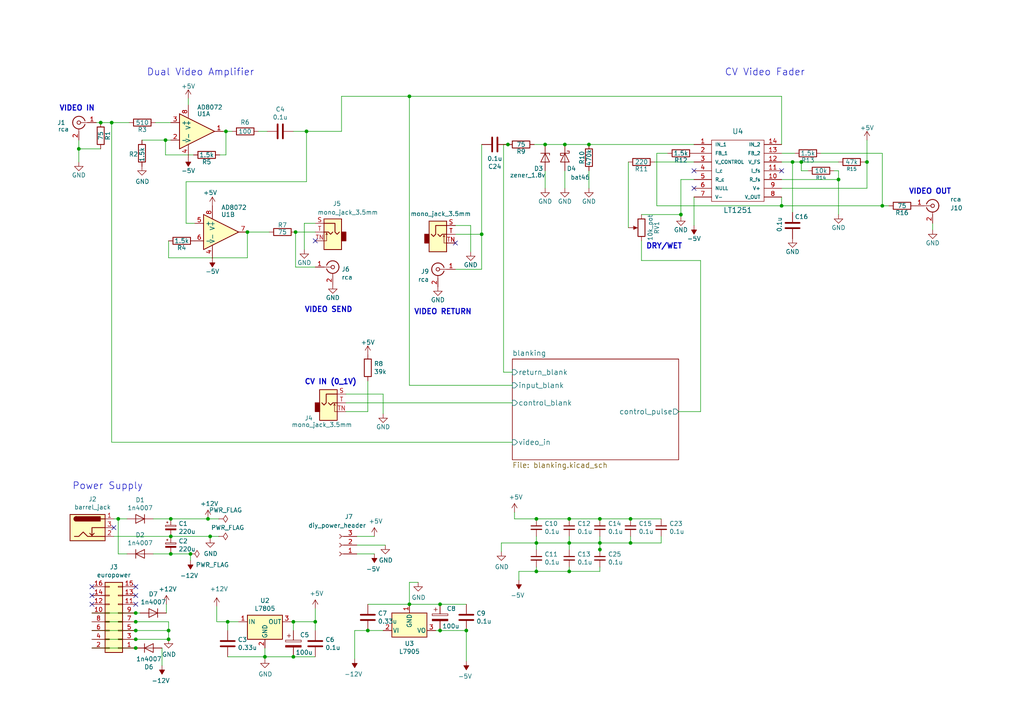
<source format=kicad_sch>
(kicad_sch (version 20211123) (generator eeschema)
  (paper "A4")
  (title_block (title "sync_ope") (date "2022-02-10") (rev "0.5") (company "based on circuit design -byGaël Jaton") (comment 1 "updated by cyberboy666"))
  (lib_symbols
    (symbol "Device:C_Small" (pin_numbers hide) (pin_names (offset 0.254) hide)
      (property "Reference" "C" (at 0.254 1.778 0))
      (property "Value" "C_Small" (at 0.254 -2.032 0))
      (symbol "C_Small_1_1"
        (pin passive line (at 0 2.54 270) (length 2.032) (name "~") (number "1"))
        (pin passive line (at 0 -2.54 90) (length 2.032) (name "~") (number "2"))
      )
    )
    (symbol "Device:R" (pin_numbers hide) (pin_names (offset 0))
      (property "Reference" "R" (at 2.032 0 90))
      (property "Value" "R" (at 0 0 90))
      (symbol "R_1_1"
        (pin passive line (at 0 3.81 270) (length 1.27) (name "~") (number "1"))
        (pin passive line (at 0 -3.81 90) (length 1.27) (name "~") (number "2"))
      )
    )
    (symbol "Sync-Ope-proto-rescue:+12V-power" (power) (pin_names (offset 0))
      (property "Value" "+12V-power" (at 0 3.556 0))
      (symbol "+12V-power_1_1"
        (pin power_in line (at 0 0 90) (length 0) hide (name "+12V") (number "1"))
      )
    )
    (symbol "Sync-Ope-proto-rescue:+5V-Sync-Ope-proto-Sync-Ope-proto-rescue" (power) (pin_names (offset 0))
      (property "Value" "+5V-Sync-Ope-proto-Sync-Ope-proto-rescue" (at 0 3.556 0))
      (symbol "+5V-Sync-Ope-proto-Sync-Ope-proto-rescue_1_1"
        (pin power_in line (at 0 0 90) (length 0) hide (name "+5V") (number "1"))
      )
    )
    (symbol "Sync-Ope-proto-rescue:+5V-power" (power) (pin_names (offset 0))
      (property "Value" "+5V-power" (at 0 3.556 0))
      (symbol "+5V-power_1_1"
        (pin power_in line (at 0 0 90) (length 0) hide (name "+5V") (number "1"))
      )
    )
    (symbol "Sync-Ope-proto-rescue:-12V-power" (power) (pin_names (offset 0))
      (property "Value" "-12V-power" (at 0 3.81 0))
      (symbol "-12V-power_0_0"
        (pin power_in line (at 0 0 90) (length 0) hide (name "-12V") (number "1"))
      )
    )
    (symbol "Sync-Ope-proto-rescue:-5V-Sync-Ope-proto-Sync-Ope-proto-rescue" (pin_names (offset 0))
      (property "Value" "-5V-Sync-Ope-proto-Sync-Ope-proto-rescue" (at 0 3.81 0))
      (symbol "-5V-Sync-Ope-proto-Sync-Ope-proto-rescue_0_0"
        (pin power_in line (at 0 0 90) (length 0) hide (name "-5V") (number "1"))
      )
    )
    (symbol "Sync-Ope-proto-rescue:-5V-power" (power) (pin_names (offset 0))
      (property "Value" "-5V-power" (at 0 3.81 0))
      (symbol "-5V-power_0_0"
        (pin power_in line (at 0 0 90) (length 0) hide (name "-5V") (number "1"))
      )
    )
    (symbol "Sync-Ope-proto-rescue:AD8072-Sync-Ope-proto-Sync-Ope-proto-rescue"
      (property "Reference" "U" (at 0 5.08 0))
      (property "Value" "AD8072-Sync-Ope-proto-Sync-Ope-proto-rescue" (at 0 -5.08 0))
      (symbol "AD8072-Sync-Ope-proto-Sync-Ope-proto-rescue_0_1"
        (pin power_in line (at -2.54 -7.62 90) (length 3.81) (name "V-") (number "4"))
        (pin power_in line (at -2.54 7.62 270) (length 3.81) (name "V+") (number "8"))
      )
      (symbol "AD8072-Sync-Ope-proto-Sync-Ope-proto-rescue_1_1"
        (pin output line (at 7.62 0 180) (length 2.54) (name "~") (number "1"))
        (pin input line (at -7.62 -2.54 0) (length 2.54) (name "-") (number "2"))
        (pin input line (at -7.62 2.54 0) (length 2.54) (name "+") (number "3"))
      )
      (symbol "AD8072-Sync-Ope-proto-Sync-Ope-proto-rescue_2_1"
        (pin input line (at -7.62 2.54 0) (length 2.54) (name "+") (number "5"))
        (pin input line (at -7.62 -2.54 0) (length 2.54) (name "-") (number "6"))
        (pin output line (at 7.62 0 180) (length 2.54) (name "~") (number "7"))
      )
    )
    (symbol "Sync-Ope-proto-rescue:AudioJack2_SwitchT-Connector"
      (property "Reference" "J" (at 0 8.89 0))
      (property "Value" "AudioJack2_SwitchT-Connector" (at 0 6.35 0))
      (symbol "AudioJack2_SwitchT-Connector_1_1"
        (pin passive line (at 5.08 2.54 180) (length 2.54) (name "~") (number "S"))
        (pin passive line (at 5.08 0 180) (length 2.54) (name "~") (number "T"))
        (pin passive line (at 5.08 -2.54 180) (length 2.54) (name "~") (number "TN"))
      )
    )
    (symbol "Sync-Ope-proto-rescue:Barrel_Jack_Switch-Connector" (pin_names hide)
      (property "Reference" "J" (at 0 5.334 0))
      (property "Value" "Barrel_Jack_Switch-Connector" (at 0 -5.08 0))
      (symbol "Barrel_Jack_Switch-Connector_1_1"
        (pin passive line (at 7.62 2.54 180) (length 2.54) (name "~") (number "1"))
        (pin passive line (at 7.62 -2.54 180) (length 2.54) (name "~") (number "2"))
        (pin passive line (at 7.62 0 180) (length 2.54) (name "~") (number "3"))
      )
    )
    (symbol "Sync-Ope-proto-rescue:C-Device" (pin_numbers hide) (pin_names (offset 0.254))
      (property "Reference" "C" (at 0.635 2.54 0))
      (property "Value" "C-Device" (at 0.635 -2.54 0))
      (symbol "C-Device_1_1"
        (pin passive line (at 0 3.81 270) (length 2.794) (name "~") (number "1"))
        (pin passive line (at 0 -3.81 90) (length 2.794) (name "~") (number "2"))
      )
    )
    (symbol "Sync-Ope-proto-rescue:C-Sync-Ope-proto-Sync-Ope-proto-rescue" (pin_numbers hide) (pin_names (offset 0.254))
      (property "Reference" "C" (at 0.635 2.54 0))
      (property "Value" "C-Sync-Ope-proto-Sync-Ope-proto-rescue" (at 0.635 -2.54 0))
      (symbol "C-Sync-Ope-proto-Sync-Ope-proto-rescue_1_1"
        (pin passive line (at 0 3.81 270) (length 2.794) (name "~") (number "1"))
        (pin passive line (at 0 -3.81 90) (length 2.794) (name "~") (number "2"))
      )
    )
    (symbol "Sync-Ope-proto-rescue:CP-Device" (pin_numbers hide) (pin_names (offset 0.254))
      (property "Reference" "C" (at 0.635 2.54 0))
      (property "Value" "CP-Device" (at 0.635 -2.54 0))
      (symbol "CP-Device_1_1"
        (pin passive line (at 0 3.81 270) (length 2.794) (name "~") (number "1"))
        (pin passive line (at 0 -3.81 90) (length 2.794) (name "~") (number "2"))
      )
    )
    (symbol "Sync-Ope-proto-rescue:CP_Small-Device" (pin_numbers hide) (pin_names (offset 0.254) hide)
      (property "Reference" "C" (at 0.254 1.778 0))
      (property "Value" "CP_Small-Device" (at 0.254 -2.032 0))
      (symbol "CP_Small-Device_1_1"
        (pin passive line (at 0 2.54 270) (length 1.8542) (name "~") (number "1"))
        (pin passive line (at 0 -2.54 90) (length 1.8542) (name "~") (number "2"))
      )
    )
    (symbol "Sync-Ope-proto-rescue:Conn_01x03_Female-Connector" (pin_names (offset 1.016) hide)
      (property "Reference" "J" (at 0 5.08 0))
      (property "Value" "Conn_01x03_Female-Connector" (at 0 -5.08 0))
      (symbol "Conn_01x03_Female-Connector_1_1"
        (pin passive line (at -5.08 2.54 0) (length 3.81) (name "Pin_1") (number "1"))
        (pin passive line (at -5.08 0 0) (length 3.81) (name "Pin_2") (number "2"))
        (pin passive line (at -5.08 -2.54 0) (length 3.81) (name "Pin_3") (number "3"))
      )
    )
    (symbol "Sync-Ope-proto-rescue:Conn_02x08_Odd_Even-Connector_Generic" (pin_names (offset 1.016) hide)
      (property "Reference" "J" (at 1.27 10.16 0))
      (property "Value" "Conn_02x08_Odd_Even-Connector_Generic" (at 1.27 -12.7 0))
      (symbol "Conn_02x08_Odd_Even-Connector_Generic_1_1"
        (pin passive line (at -5.08 7.62 0) (length 3.81) (name "Pin_1") (number "1"))
        (pin passive line (at 7.62 -2.54 180) (length 3.81) (name "Pin_10") (number "10"))
        (pin passive line (at -5.08 -5.08 0) (length 3.81) (name "Pin_11") (number "11"))
        (pin passive line (at 7.62 -5.08 180) (length 3.81) (name "Pin_12") (number "12"))
        (pin passive line (at -5.08 -7.62 0) (length 3.81) (name "Pin_13") (number "13"))
        (pin passive line (at 7.62 -7.62 180) (length 3.81) (name "Pin_14") (number "14"))
        (pin passive line (at -5.08 -10.16 0) (length 3.81) (name "Pin_15") (number "15"))
        (pin passive line (at 7.62 -10.16 180) (length 3.81) (name "Pin_16") (number "16"))
        (pin passive line (at 7.62 7.62 180) (length 3.81) (name "Pin_2") (number "2"))
        (pin passive line (at -5.08 5.08 0) (length 3.81) (name "Pin_3") (number "3"))
        (pin passive line (at 7.62 5.08 180) (length 3.81) (name "Pin_4") (number "4"))
        (pin passive line (at -5.08 2.54 0) (length 3.81) (name "Pin_5") (number "5"))
        (pin passive line (at 7.62 2.54 180) (length 3.81) (name "Pin_6") (number "6"))
        (pin passive line (at -5.08 0 0) (length 3.81) (name "Pin_7") (number "7"))
        (pin passive line (at 7.62 0 180) (length 3.81) (name "Pin_8") (number "8"))
        (pin passive line (at -5.08 -2.54 0) (length 3.81) (name "Pin_9") (number "9"))
      )
    )
    (symbol "Sync-Ope-proto-rescue:Conn_Coaxial-Connector" (pin_names (offset 1.016) hide)
      (property "Reference" "J" (at 0.254 3.048 0))
      (property "Value" "Conn_Coaxial-Connector" (at 2.921 0 90))
      (symbol "Conn_Coaxial-Connector_1_1"
        (pin passive line (at -5.08 0 0) (length 2.54) (name "In") (number "1"))
        (pin passive line (at 0 -5.08 90) (length 2.54) (name "Ext") (number "2"))
      )
    )
    (symbol "Sync-Ope-proto-rescue:D-Device" (pin_numbers hide) (pin_names (offset 1.016) hide)
      (property "Reference" "D" (at 0 2.54 0))
      (property "Value" "D-Device" (at 0 -2.54 0))
      (symbol "D-Device_1_1"
        (pin passive line (at -3.81 0 0) (length 2.54) (name "K") (number "1"))
        (pin passive line (at 3.81 0 180) (length 2.54) (name "A") (number "2"))
      )
    )
    (symbol "Sync-Ope-proto-rescue:D_Schottky-Device" (pin_numbers hide) (pin_names (offset 1.016) hide)
      (property "Reference" "D" (at 0 2.54 0))
      (property "Value" "D_Schottky-Device" (at 0 -2.54 0))
      (symbol "D_Schottky-Device_1_1"
        (pin passive line (at -3.81 0 0) (length 2.54) (name "K") (number "1"))
        (pin passive line (at 3.81 0 180) (length 2.54) (name "A") (number "2"))
      )
    )
    (symbol "Sync-Ope-proto-rescue:D_Zener-Device" (pin_numbers hide) (pin_names (offset 1.016) hide)
      (property "Reference" "D" (at 0 2.54 0))
      (property "Value" "D_Zener-Device" (at 0 -2.54 0))
      (symbol "D_Zener-Device_1_1"
        (pin passive line (at -3.81 0 0) (length 2.54) (name "K") (number "1"))
        (pin passive line (at 3.81 0 180) (length 2.54) (name "A") (number "2"))
      )
    )
    (symbol "Sync-Ope-proto-rescue:GND-Sync-Ope-proto-Sync-Ope-proto-rescue" (power) (pin_names (offset 0))
      (property "Value" "GND-Sync-Ope-proto-Sync-Ope-proto-rescue" (at 0 -3.81 0))
      (symbol "GND-Sync-Ope-proto-Sync-Ope-proto-rescue_1_1"
        (pin power_in line (at 0 0 270) (length 0) hide (name "GND") (number "1"))
      )
    )
    (symbol "Sync-Ope-proto-rescue:GND-power" (power) (pin_names (offset 0))
      (property "Value" "GND-power" (at 0 -3.81 0))
      (symbol "GND-power_1_1"
        (pin power_in line (at 0 0 270) (length 0) hide (name "GND") (number "1"))
      )
    )
    (symbol "Sync-Ope-proto-rescue:L7805-Regulator_Linear" (pin_names (offset 0.254))
      (property "Reference" "U" (at -3.81 3.175 0))
      (property "Value" "L7805-Regulator_Linear" (at 0 3.175 0))
      (symbol "L7805-Regulator_Linear_1_1"
        (pin power_in line (at -7.62 0 0) (length 2.54) (name "IN") (number "1"))
        (pin power_in line (at 0 -7.62 90) (length 2.54) (name "GND") (number "2"))
        (pin power_out line (at 7.62 0 180) (length 2.54) (name "OUT") (number "3"))
      )
    )
    (symbol "Sync-Ope-proto-rescue:L7905-Regulator_Linear" (pin_names (offset 0.254))
      (property "Reference" "U" (at -3.81 -3.175 0))
      (property "Value" "L7905-Regulator_Linear" (at 0 -3.175 0))
      (symbol "L7905-Regulator_Linear_1_1"
        (pin power_in line (at 0 7.62 270) (length 2.54) (name "GND") (number "1"))
        (pin power_in line (at -7.62 0 0) (length 2.54) (name "VI") (number "2"))
        (pin power_out line (at 7.62 0 180) (length 2.54) (name "VO") (number "3"))
      )
    )
    (symbol "Sync-Ope-proto-rescue:LT1251-Sync-Ope-proto-Sync-Ope-proto-rescue" (pin_names (offset 1.016))
      (property "Reference" "U" (at 0 21.59 0))
      (property "Value" "LT1251-Sync-Ope-proto-Sync-Ope-proto-rescue" (at 0 -1.27 0))
      (symbol "LT1251-Sync-Ope-proto-Sync-Ope-proto-rescue_1_1"
        (pin input line (at -12.7 17.78 0) (length 5.08) (name "IN_1") (number "1"))
        (pin input line (at 12.7 7.62 180) (length 5.08) (name "R_fs") (number "10"))
        (pin power_in line (at 12.7 10.16 180) (length 5.08) (name "I_fs") (number "11"))
        (pin input line (at 12.7 12.7 180) (length 5.08) (name "V_FS") (number "12"))
        (pin output line (at 12.7 15.24 180) (length 5.08) (name "FB_2") (number "13"))
        (pin output line (at 12.7 17.78 180) (length 5.08) (name "IN_2") (number "14"))
        (pin input line (at -12.7 15.24 0) (length 5.08) (name "FB_1") (number "2"))
        (pin input line (at -12.7 12.7 0) (length 5.08) (name "V_CONTROL") (number "3"))
        (pin input line (at -12.7 10.16 0) (length 5.08) (name "I_c") (number "4"))
        (pin input line (at -12.7 7.62 0) (length 5.08) (name "R_c") (number "5"))
        (pin input line (at -12.7 5.08 0) (length 5.08) (name "NULL") (number "6"))
        (pin input line (at -12.7 2.54 0) (length 5.08) (name "V-") (number "7"))
        (pin output line (at 12.7 2.54 180) (length 5.08) (name "V_OUT") (number "8"))
        (pin input line (at 12.7 5.08 180) (length 5.08) (name "V+") (number "9"))
      )
    )
    (symbol "Sync-Ope-proto-rescue:POT-Sync-Ope-proto-Sync-Ope-proto-rescue" (pin_numbers hide) (pin_names (offset 1.016) hide)
      (property "Reference" "RV" (at -4.445 0 90))
      (property "Value" "POT-Sync-Ope-proto-Sync-Ope-proto-rescue" (at -2.54 0 90))
      (symbol "POT-Sync-Ope-proto-Sync-Ope-proto-rescue_1_1"
        (pin passive line (at 0 3.81 270) (length 1.27) (name "1") (number "1"))
        (pin passive line (at 3.81 0 180) (length 1.27) (name "2") (number "2"))
        (pin passive line (at 0 -3.81 90) (length 1.27) (name "3") (number "3"))
      )
    )
    (symbol "Sync-Ope-proto-rescue:PWR_FLAG-Sync-Ope-proto-Sync-Ope-proto-rescue" (power) (pin_numbers hide) (pin_names (offset 0) hide)
      (property "Value" "PWR_FLAG-Sync-Ope-proto-Sync-Ope-proto-rescue" (at 0 3.81 0))
      (symbol "PWR_FLAG-Sync-Ope-proto-Sync-Ope-proto-rescue_0_0"
        (pin power_out line (at 0 0 90) (length 0) (name "pwr") (number "1"))
      )
    )
    (symbol "Sync-Ope-proto-rescue:R-Device" (pin_numbers hide) (pin_names (offset 0))
      (property "Reference" "R" (at 2.032 0 90))
      (property "Value" "R-Device" (at 0 0 90))
      (symbol "R-Device_1_1"
        (pin passive line (at 0 3.81 270) (length 1.27) (name "~") (number "1"))
        (pin passive line (at 0 -3.81 90) (length 1.27) (name "~") (number "2"))
      )
    )
    (symbol "Sync-Ope-proto-rescue:R-Sync-Ope-proto-Sync-Ope-proto-rescue" (pin_numbers hide) (pin_names (offset 0))
      (property "Reference" "R" (at 2.032 0 90))
      (property "Value" "R-Sync-Ope-proto-Sync-Ope-proto-rescue" (at 0 0 90))
      (symbol "R-Sync-Ope-proto-Sync-Ope-proto-rescue_1_1"
        (pin passive line (at 0 3.81 270) (length 1.27) (name "~") (number "1"))
        (pin passive line (at 0 -3.81 90) (length 1.27) (name "~") (number "2"))
      )
    )
    (symbol "power:+5V" (power) (pin_names (offset 0))
      (property "Value" "+5V" (at 0 3.556 0))
      (symbol "+5V_1_1"
        (pin power_in line (at 0 0 90) (length 0) hide (name "+5V") (number "1"))
      )
    )
    (symbol "power:-5V" (power) (pin_names (offset 0))
      (property "Value" "-5V" (at 0 3.81 0))
      (symbol "-5V_0_0"
        (pin power_in line (at 0 0 90) (length 0) hide (name "-5V") (number "1"))
      )
    )
  )
  (junction (at 139.7 67.945))
  (junction (at 163.83 41.91))
  (junction (at 165.1 157.48))
  (junction (at 39.37 180.34))
  (junction (at 135.255 182.88))
  (junction (at 173.99 157.48))
  (junction (at 118.745 175.26))
  (junction (at 49.53 160.655))
  (junction (at 170.815 41.91))
  (junction (at 173.99 150.495))
  (junction (at 76.835 190.5))
  (junction (at 32.385 35.56))
  (junction (at 251.46 46.99))
  (junction (at 60.325 150.495))
  (junction (at 48.006 40.64))
  (junction (at 49.53 155.575))
  (junction (at 65.532 38.1))
  (junction (at 55.245 160.655))
  (junction (at 34.29 150.495))
  (junction (at 39.37 177.8))
  (junction (at 22.86 43.18))
  (junction (at 88.9 38.1))
  (junction (at 48.895 185.42))
  (junction (at 158.115 41.91))
  (junction (at 173.99 159.385))
  (junction (at 147.32 41.91))
  (junction (at 243.205 52.07))
  (junction (at 66.04 180.34))
  (junction (at 48.895 182.88))
  (junction (at 60.96 155.575))
  (junction (at 106.68 182.88))
  (junction (at 127.635 175.26))
  (junction (at 155.575 165.735))
  (junction (at 71.755 67.31))
  (junction (at 255.905 59.69))
  (junction (at 229.87 46.99))
  (junction (at 182.88 150.495))
  (junction (at 85.09 180.34))
  (junction (at 29.21 35.56))
  (junction (at 39.37 185.42))
  (junction (at 155.575 150.495))
  (junction (at 85.09 190.5))
  (junction (at 232.41 46.99))
  (junction (at 39.37 182.88))
  (junction (at 226.695 59.69))
  (junction (at 165.1 165.735))
  (junction (at 197.485 62.23))
  (junction (at 39.37 187.96))
  (junction (at 127.635 182.88))
  (junction (at 49.53 150.495))
  (junction (at 165.1 150.495))
  (junction (at 85.725 67.31))
  (junction (at 91.44 180.34))
  (junction (at 118.745 27.94))
  (junction (at 182.88 157.48))
  (junction (at 155.575 157.48))
  (no_connect (at 26.67 172.72))
  (no_connect (at 26.67 170.18))
  (no_connect (at 226.695 49.53))
  (no_connect (at 39.37 172.72))
  (no_connect (at 26.67 175.26))
  (no_connect (at 39.37 170.18))
  (no_connect (at 33.02 153.035))
  (no_connect (at 91.44 69.85))
  (no_connect (at 201.295 49.53))
  (no_connect (at 132.08 70.485))
  (no_connect (at 201.295 54.61))
  (no_connect (at 39.37 175.26))
  (wire (pts (xy 106.68 182.88) (xy 111.125 182.88)))
  (wire (pts (xy 45.085 35.56) (xy 49.53 35.56)))
  (wire (pts (xy 91.44 180.34) (xy 91.44 182.88)))
  (wire (pts (xy 158.115 54.61) (xy 158.115 49.53)))
  (wire (pts (xy 71.755 74.7776) (xy 48.895 74.7776)))
  (wire (pts (xy 182.245 66.04) (xy 182.245 46.99)))
  (wire (pts (xy 26.67 187.96) (xy 39.37 187.96)))
  (wire (pts (xy 165.1 157.48) (xy 165.1 155.575)))
  (wire (pts (xy 64.77 38.1) (xy 65.532 38.1)))
  (wire (pts (xy 243.205 49.53) (xy 243.205 52.07)))
  (wire (pts (xy 139.7 41.91) (xy 139.7 67.945)))
  (wire (pts (xy 226.695 57.15) (xy 226.695 59.69)))
  (wire (pts (xy 48.006 44.9326) (xy 56.134 44.9326)))
  (wire (pts (xy 190.5 59.69) (xy 226.695 59.69)))
  (wire (pts (xy 41.1734 40.64) (xy 48.006 40.64)))
  (wire (pts (xy 53.975 64.77) (xy 56.515 64.77)))
  (wire (pts (xy 145.415 157.48) (xy 155.575 157.48)))
  (wire (pts (xy 163.83 54.61) (xy 163.83 49.53)))
  (wire (pts (xy 102.87 191.135) (xy 102.87 182.88)))
  (wire (pts (xy 84.455 180.34) (xy 85.09 180.34)))
  (wire (pts (xy 34.29 160.655) (xy 36.83 160.655)))
  (wire (pts (xy 165.1 157.48) (xy 173.99 157.48)))
  (wire (pts (xy 139.7 67.945) (xy 139.7 78.105)))
  (wire (pts (xy 170.815 41.91) (xy 163.83 41.91)))
  (wire (pts (xy 139.7 78.105) (xy 132.08 78.105)))
  (wire (pts (xy 48.895 74.7776) (xy 48.895 69.85)))
  (wire (pts (xy 155.575 165.735) (xy 165.1 165.735)))
  (wire (pts (xy 197.485 62.865) (xy 197.485 62.23)))
  (wire (pts (xy 62.865 175.895) (xy 62.865 180.34)))
  (wire (pts (xy 132.08 67.945) (xy 139.7 67.945)))
  (wire (pts (xy 190.5 44.45) (xy 193.675 44.45)))
  (wire (pts (xy 136.525 73.025) (xy 136.525 65.405)))
  (wire (pts (xy 173.99 164.465) (xy 173.99 165.735)))
  (wire (pts (xy 106.68 175.26) (xy 118.745 175.26)))
  (wire (pts (xy 238.125 44.45) (xy 255.905 44.45)))
  (wire (pts (xy 118.745 27.94) (xy 226.695 27.94)))
  (wire (pts (xy 88.9 38.1) (xy 88.9 52.705)))
  (wire (pts (xy 74.93 38.1) (xy 77.47 38.1)))
  (wire (pts (xy 203.2 75.565) (xy 186.055 75.565)))
  (wire (pts (xy 155.575 157.48) (xy 155.575 155.575)))
  (wire (pts (xy 118.745 168.91) (xy 121.285 168.91)))
  (wire (pts (xy 29.21 35.56) (xy 32.385 35.56)))
  (wire (pts (xy 150.495 168.275) (xy 150.495 165.735)))
  (wire (pts (xy 135.255 191.77) (xy 135.255 182.88)))
  (wire (pts (xy 40.64 177.8) (xy 39.37 177.8)))
  (wire (pts (xy 39.37 182.88) (xy 48.895 182.88)))
  (wire (pts (xy 191.77 157.48) (xy 191.77 155.575)))
  (wire (pts (xy 127.635 182.88) (xy 135.255 182.88)))
  (wire (pts (xy 76.835 190.5) (xy 76.835 191.135)))
  (wire (pts (xy 91.44 180.34) (xy 91.44 176.53)))
  (wire (pts (xy 150.495 165.735) (xy 155.575 165.735)))
  (wire (pts (xy 85.09 180.34) (xy 91.44 180.34)))
  (wire (pts (xy 49.53 160.655) (xy 44.45 160.655)))
  (wire (pts (xy 34.29 150.495) (xy 36.83 150.495)))
  (wire (pts (xy 155.575 165.735) (xy 155.575 164.465)))
  (wire (pts (xy 39.37 180.34) (xy 48.895 180.34)))
  (wire (pts (xy 32.385 35.56) (xy 32.385 128.27)))
  (wire (pts (xy 173.99 157.48) (xy 182.88 157.48)))
  (wire (pts (xy 88.265 64.77) (xy 88.265 72.39)))
  (wire (pts (xy 100.33 116.84) (xy 148.59 116.84)))
  (wire (pts (xy 27.94 35.56) (xy 29.21 35.56)))
  (wire (pts (xy 251.46 54.61) (xy 251.46 46.99)))
  (wire (pts (xy 91.44 77.47) (xy 85.725 77.47)))
  (wire (pts (xy 149.225 150.495) (xy 155.575 150.495)))
  (wire (pts (xy 78.105 67.31) (xy 71.755 67.31)))
  (wire (pts (xy 197.485 52.07) (xy 201.295 52.07)))
  (wire (pts (xy 65.532 44.9326) (xy 63.754 44.9326)))
  (wire (pts (xy 88.9 38.1) (xy 99.06 38.1)))
  (wire (pts (xy 146.05 107.95) (xy 146.05 41.91)))
  (wire (pts (xy 232.41 49.53) (xy 232.41 46.99)))
  (wire (pts (xy 232.41 46.99) (xy 243.205 46.99)))
  (wire (pts (xy 85.09 38.1) (xy 88.9 38.1)))
  (wire (pts (xy 127.635 175.26) (xy 118.745 175.26)))
  (wire (pts (xy 99.06 27.94) (xy 118.745 27.94)))
  (wire (pts (xy 135.255 175.26) (xy 127.635 175.26)))
  (wire (pts (xy 32.385 128.27) (xy 148.59 128.27)))
  (wire (pts (xy 65.532 38.1) (xy 67.31 38.1)))
  (wire (pts (xy 65.532 38.1) (xy 65.532 44.9326)))
  (wire (pts (xy 197.485 62.23) (xy 197.485 52.07)))
  (wire (pts (xy 91.44 64.77) (xy 88.265 64.77)))
  (wire (pts (xy 111.125 120.015) (xy 111.125 114.3)))
  (wire (pts (xy 103.505 155.575) (xy 108.585 155.575)))
  (wire (pts (xy 270.51 64.77) (xy 270.51 66.675)))
  (wire (pts (xy 85.725 67.31) (xy 85.725 77.47)))
  (wire (pts (xy 29.21 43.18) (xy 22.86 43.18)))
  (wire (pts (xy 49.53 150.495) (xy 60.325 150.495)))
  (wire (pts (xy 102.87 182.88) (xy 106.68 182.88)))
  (wire (pts (xy 46.99 193.04) (xy 46.99 187.96)))
  (wire (pts (xy 226.695 41.91) (xy 226.695 27.94)))
  (wire (pts (xy 85.725 67.31) (xy 91.44 67.31)))
  (wire (pts (xy 106.68 119.38) (xy 100.33 119.38)))
  (wire (pts (xy 118.745 111.76) (xy 118.745 27.94)))
  (wire (pts (xy 226.695 52.07) (xy 243.205 52.07)))
  (wire (pts (xy 100.33 114.3) (xy 111.125 114.3)))
  (wire (pts (xy 226.695 44.45) (xy 230.505 44.45)))
  (wire (pts (xy 190.5 59.69) (xy 190.5 44.45)))
  (wire (pts (xy 48.006 40.64) (xy 49.53 40.64)))
  (wire (pts (xy 60.96 155.575) (xy 63.5 155.575)))
  (wire (pts (xy 229.87 46.99) (xy 232.41 46.99)))
  (wire (pts (xy 33.02 155.575) (xy 49.53 155.575)))
  (wire (pts (xy 182.88 157.48) (xy 182.88 155.575)))
  (wire (pts (xy 108.585 160.655) (xy 103.505 160.655)))
  (wire (pts (xy 22.86 43.18) (xy 22.86 46.99)))
  (wire (pts (xy 118.745 111.76) (xy 148.59 111.76)))
  (wire (pts (xy 182.88 157.48) (xy 191.77 157.48)))
  (wire (pts (xy 158.115 41.91) (xy 163.83 41.91)))
  (wire (pts (xy 173.99 160.02) (xy 173.99 159.385)))
  (wire (pts (xy 26.67 182.88) (xy 39.37 182.88)))
  (wire (pts (xy 196.85 119.38) (xy 203.2 119.38)))
  (wire (pts (xy 126.365 182.88) (xy 127.635 182.88)))
  (wire (pts (xy 226.695 54.61) (xy 251.46 54.61)))
  (wire (pts (xy 99.06 38.1) (xy 99.06 27.94)))
  (wire (pts (xy 255.905 59.69) (xy 257.81 59.69)))
  (wire (pts (xy 186.055 75.565) (xy 186.055 69.85)))
  (wire (pts (xy 250.825 46.99) (xy 251.46 46.99)))
  (wire (pts (xy 241.935 49.53) (xy 243.205 49.53)))
  (wire (pts (xy 186.055 62.23) (xy 197.485 62.23)))
  (wire (pts (xy 60.96 155.575) (xy 60.96 156.21)))
  (wire (pts (xy 26.67 177.8) (xy 39.37 177.8)))
  (wire (pts (xy 106.68 110.49) (xy 106.68 119.38)))
  (wire (pts (xy 203.2 75.565) (xy 203.2 119.38)))
  (wire (pts (xy 39.37 185.42) (xy 48.895 185.42)))
  (wire (pts (xy 26.67 185.42) (xy 39.37 185.42)))
  (wire (pts (xy 154.94 41.91) (xy 158.115 41.91)))
  (wire (pts (xy 173.99 155.575) (xy 173.99 157.48)))
  (wire (pts (xy 118.745 168.91) (xy 118.745 175.26)))
  (wire (pts (xy 55.245 160.655) (xy 49.53 160.655)))
  (wire (pts (xy 226.695 46.99) (xy 229.87 46.99)))
  (wire (pts (xy 48.895 182.88) (xy 48.895 185.42)))
  (wire (pts (xy 91.44 190.5) (xy 85.09 190.5)))
  (wire (pts (xy 234.315 49.53) (xy 232.41 49.53)))
  (wire (pts (xy 103.505 158.115) (xy 111.76 158.115)))
  (wire (pts (xy 49.53 155.575) (xy 60.96 155.575)))
  (wire (pts (xy 85.09 182.88) (xy 85.09 180.34)))
  (wire (pts (xy 229.87 46.99) (xy 229.87 61.595)))
  (wire (pts (xy 48.006 40.64) (xy 48.006 44.9326)))
  (wire (pts (xy 132.08 65.405) (xy 136.525 65.405)))
  (wire (pts (xy 148.59 107.95) (xy 146.05 107.95)))
  (wire (pts (xy 48.895 180.34) (xy 48.895 182.88)))
  (wire (pts (xy 26.67 180.34) (xy 39.37 180.34)))
  (wire (pts (xy 226.695 59.69) (xy 255.905 59.69)))
  (wire (pts (xy 54.61 28.575) (xy 54.61 30.48)))
  (wire (pts (xy 165.1 165.735) (xy 173.99 165.735)))
  (wire (pts (xy 71.755 67.31) (xy 71.755 74.7776)))
  (wire (pts (xy 76.835 187.96) (xy 76.835 190.5)))
  (wire (pts (xy 165.1 164.465) (xy 165.1 165.735)))
  (wire (pts (xy 149.225 148.59) (xy 149.225 150.495)))
  (wire (pts (xy 173.99 150.495) (xy 182.88 150.495)))
  (wire (pts (xy 55.245 162.56) (xy 55.245 160.655)))
  (wire (pts (xy 155.575 157.48) (xy 165.1 157.48)))
  (wire (pts (xy 201.295 57.15) (xy 201.295 65.405)))
  (wire (pts (xy 88.9 52.705) (xy 53.975 52.705)))
  (wire (pts (xy 33.02 150.495) (xy 34.29 150.495)))
  (wire (pts (xy 165.1 159.385) (xy 165.1 157.48)))
  (wire (pts (xy 66.04 182.88) (xy 66.04 180.34)))
  (wire (pts (xy 53.975 52.705) (xy 53.975 64.77)))
  (wire (pts (xy 62.865 180.34) (xy 66.04 180.34)))
  (wire (pts (xy 63.5 150.495) (xy 60.325 150.495)))
  (wire (pts (xy 173.99 159.385) (xy 173.99 157.48)))
  (wire (pts (xy 66.04 190.5) (xy 76.835 190.5)))
  (wire (pts (xy 170.815 54.61) (xy 170.815 49.53)))
  (wire (pts (xy 155.575 150.495) (xy 165.1 150.495)))
  (wire (pts (xy 189.865 46.99) (xy 201.295 46.99)))
  (wire (pts (xy 66.04 180.34) (xy 69.215 180.34)))
  (wire (pts (xy 22.86 40.64) (xy 22.86 43.18)))
  (wire (pts (xy 182.88 150.495) (xy 191.77 150.495)))
  (wire (pts (xy 243.205 52.07) (xy 243.205 62.23)))
  (wire (pts (xy 44.45 150.495) (xy 49.53 150.495)))
  (wire (pts (xy 85.09 190.5) (xy 76.835 190.5)))
  (wire (pts (xy 34.29 150.495) (xy 34.29 160.655)))
  (wire (pts (xy 48.26 177.8) (xy 48.26 175.26)))
  (wire (pts (xy 201.295 41.91) (xy 170.815 41.91)))
  (wire (pts (xy 145.415 160.02) (xy 145.415 157.48)))
  (wire (pts (xy 251.46 40.64) (xy 251.46 46.99)))
  (wire (pts (xy 255.905 59.69) (xy 255.905 44.45)))
  (wire (pts (xy 146.05 41.91) (xy 147.32 41.91)))
  (wire (pts (xy 165.1 150.495) (xy 173.99 150.495)))
  (wire (pts (xy 155.575 159.385) (xy 155.575 157.48)))
  (wire (pts (xy 37.465 35.56) (xy 32.385 35.56)))
  (text "VIDEO OUT" (at 263.525 56.515 0) (effects (font (size 1.524 1.524) (thickness 0.3048) bold) (justify left bottom)))
  (text "VIDEO RETURN" (at 120.015 91.44 0) (effects (font (size 1.524 1.524) (thickness 0.3048) bold) (justify left bottom)))
  (text "VIDEO SEND" (at 88.265 90.805 0) (effects (font (size 1.524 1.524) (thickness 0.3048) bold) (justify left bottom)))
  (text "DRY/WET" (at 187.325 72.39 0) (effects (font (size 1.524 1.524) (thickness 0.3048) bold) (justify left bottom)))
  (text "CV IN (0_1V)" (at 88.265 111.76 0) (effects (font (size 1.524 1.524) (thickness 0.3048) bold) (justify left bottom)))
  (text "Power Supply" (at 20.955 142.24 0) (effects (font (size 2.0066 2.0066)) (justify left bottom)))
  (text "Dual Video Amplifier" (at 42.545 22.225 0) (effects (font (size 2.0066 2.0066)) (justify left bottom)))
  (text "VIDEO IN" (at 17.145 32.385 0) (effects (font (size 1.524 1.524) (thickness 0.3048) bold) (justify left bottom)))
  (text "CV Video Fader" (at 210.185 22.225 0) (effects (font (size 2.0066 2.0066)) (justify left bottom)))
  (symbol (lib_id "Sync-Ope-proto-rescue:AD8072-Sync-Ope-proto-Sync-Ope-proto-rescue") (at 57.15 38.1 0) (unit 1)
    (property "Reference" "U1" (at 57.15 33.02 0) (effects (justify left)))
    (property "Value" "AD8072" (at 57.15 31.115 0) (effects (justify left)))
    (property "Footprint" "lib_fp:DIP-SOIC-8" (effects hide))
  )
  (symbol (lib_id "Sync-Ope-proto-rescue:AD8072-Sync-Ope-proto-Sync-Ope-proto-rescue") (at 64.135 67.31 0) (unit 2)
    (property "Reference" "U1" (at 64.135 62.23 0) (effects (justify left)))
    (property "Value" "AD8072" (at 64.1604 60.1726 0) (effects (justify left)))
    (property "Footprint" "lib_fp:DIP-SOIC-8" (effects hide))
  )
  (symbol (lib_id "Sync-Ope-proto-rescue:GND-Sync-Ope-proto-Sync-Ope-proto-rescue") (at 22.86 46.99 0) (unit 1)
    (property "Reference" "#PWR03" (effects hide))
    (property "Value" "GND" (at 22.86 50.8 0))
  )
  (symbol (lib_id "Sync-Ope-proto-rescue:R-Sync-Ope-proto-Sync-Ope-proto-rescue") (at 29.21 39.37 0) (unit 1)
    (property "Reference" "R1" (at 31.242 39.37 90))
    (property "Value" "75" (at 29.21 39.37 90))
    (property "Footprint" "Resistor_THT:R_Axial_DIN0204_L3.6mm_D1.6mm_P7.62mm_Horizontal" (effects hide))
  )
  (symbol (lib_id "Sync-Ope-proto-rescue:R-Sync-Ope-proto-Sync-Ope-proto-rescue") (at 59.944 44.9326 270) (unit 1)
    (property "Reference" "R5" (at 59.944 46.9646 90))
    (property "Value" "1.5k" (at 59.944 44.9326 90))
    (property "Footprint" "Resistor_THT:R_Axial_DIN0204_L3.6mm_D1.6mm_P7.62mm_Horizontal" (effects hide))
  )
  (symbol (lib_id "Sync-Ope-proto-rescue:R-Sync-Ope-proto-Sync-Ope-proto-rescue") (at 52.705 69.85 270) (unit 1)
    (property "Reference" "R4" (at 52.705 71.882 90))
    (property "Value" "1.5k" (at 52.705 69.85 90))
    (property "Footprint" "Resistor_THT:R_Axial_DIN0204_L3.6mm_D1.6mm_P7.62mm_Horizontal" (effects hide))
  )
  (symbol (lib_id "Sync-Ope-proto-rescue:+5V-Sync-Ope-proto-Sync-Ope-proto-rescue") (at 54.61 28.575 0) (unit 1)
    (property "Reference" "#PWR09" (effects hide))
    (property "Value" "+5V" (at 54.61 25.019 0))
  )
  (symbol (lib_id "Sync-Ope-proto-rescue:+5V-Sync-Ope-proto-Sync-Ope-proto-rescue") (at 61.595 59.69 0) (unit 1)
    (property "Reference" "#PWR014" (effects hide))
    (property "Value" "+5V" (at 60.96 55.88 0))
  )
  (symbol (lib_id "Sync-Ope-proto-rescue:-5V-Sync-Ope-proto-Sync-Ope-proto-rescue") (at 54.61 45.72 180) (unit 1)
    (property "Reference" "#PWR10" (effects hide))
    (property "Value" "-5V" (at 54.61 49.53 0))
  )
  (symbol (lib_id "Sync-Ope-proto-rescue:-5V-Sync-Ope-proto-Sync-Ope-proto-rescue") (at 61.595 74.93 180) (unit 1)
    (property "Reference" "#PWR15" (effects hide))
    (property "Value" "-5V" (at 61.595 78.74 0))
  )
  (symbol (lib_id "Sync-Ope-proto-rescue:GND-Sync-Ope-proto-Sync-Ope-proto-rescue") (at 88.265 72.39 0) (unit 1)
    (property "Reference" "#PWR018" (effects hide))
    (property "Value" "GND" (at 88.265 76.2 0))
  )
  (symbol (lib_id "Sync-Ope-proto-rescue:R-Sync-Ope-proto-Sync-Ope-proto-rescue") (at 81.915 67.31 90) (unit 1)
    (property "Reference" "R7" (at 81.915 65.278 90))
    (property "Value" "75" (at 81.915 67.31 90))
    (property "Footprint" "Resistor_THT:R_Axial_DIN0204_L3.6mm_D1.6mm_P7.62mm_Horizontal" (effects hide))
  )
  (symbol (lib_id "Sync-Ope-proto-rescue:LT1251-Sync-Ope-proto-Sync-Ope-proto-rescue") (at 213.995 59.69 0) (unit 1)
    (property "Reference" "U4" (at 213.995 38.1 0) (effects (font (size 1.524 1.524))))
    (property "Value" "LT1251" (at 213.995 60.96 0) (effects (font (size 1.524 1.524))))
    (property "Footprint" "lib_fp:DIP+SOIC_14" (effects hide))
  )
  (symbol (lib_id "Sync-Ope-proto-rescue:GND-Sync-Ope-proto-Sync-Ope-proto-rescue") (at 197.485 62.865 0) (unit 1)
    (property "Reference" "#PWR037" (effects hide))
    (property "Value" "GND" (at 197.485 66.675 0))
  )
  (symbol (lib_id "Sync-Ope-proto-rescue:R-Sync-Ope-proto-Sync-Ope-proto-rescue") (at 151.13 41.91 270) (unit 1)
    (property "Reference" "R9" (at 151.13 43.942 90))
    (property "Value" "75" (at 151.13 41.91 90))
    (property "Footprint" "Resistor_THT:R_Axial_DIN0204_L3.6mm_D1.6mm_P7.62mm_Horizontal" (effects hide))
  )
  (symbol (lib_id "Sync-Ope-proto-rescue:R-Sync-Ope-proto-Sync-Ope-proto-rescue") (at 197.485 44.45 270) (unit 1)
    (property "Reference" "R12" (at 197.485 46.482 90))
    (property "Value" "1.5k" (at 197.485 44.45 90))
    (property "Footprint" "Resistor_THT:R_Axial_DIN0204_L3.6mm_D1.6mm_P7.62mm_Horizontal" (effects hide))
  )
  (symbol (lib_id "Sync-Ope-proto-rescue:R-Sync-Ope-proto-Sync-Ope-proto-rescue") (at 234.315 44.45 270) (unit 1)
    (property "Reference" "R13" (at 234.315 46.482 90))
    (property "Value" "1.5k" (at 234.315 44.45 90))
    (property "Footprint" "Resistor_THT:R_Axial_DIN0204_L3.6mm_D1.6mm_P7.62mm_Horizontal" (effects hide))
  )
  (symbol (lib_id "Sync-Ope-proto-rescue:GND-Sync-Ope-proto-Sync-Ope-proto-rescue") (at 243.205 62.23 0) (unit 1)
    (property "Reference" "#PWR040" (effects hide))
    (property "Value" "GND" (at 243.205 66.04 0))
  )
  (symbol (lib_id "Sync-Ope-proto-rescue:-5V-Sync-Ope-proto-Sync-Ope-proto-rescue") (at 201.295 65.405 180) (unit 1)
    (property "Reference" "#PWR38" (effects hide))
    (property "Value" "-5V" (at 201.295 69.215 0))
  )
  (symbol (lib_id "Sync-Ope-proto-rescue:+5V-Sync-Ope-proto-Sync-Ope-proto-rescue") (at 251.46 40.64 0) (unit 1)
    (property "Reference" "#PWR041" (effects hide))
    (property "Value" "+5V" (at 251.46 37.084 0))
  )
  (symbol (lib_id "Device:R") (at 238.125 49.53 270) (unit 1)
    (property "Reference" "R14" (at 238.125 51.562 90) (effects (font (size 0.9906 0.9906))))
    (property "Value" "10k" (at 238.125 49.53 90))
    (property "Footprint" "Resistor_THT:R_Axial_DIN0204_L3.6mm_D1.6mm_P7.62mm_Horizontal" (effects hide))
  )
  (symbol (lib_id "Sync-Ope-proto-rescue:R-Sync-Ope-proto-Sync-Ope-proto-rescue") (at 247.015 46.99 270) (unit 1)
    (property "Reference" "R15" (at 247.015 49.022 90) (effects (font (size 0.9906 0.9906))))
    (property "Value" "47k" (at 247.015 46.99 90))
    (property "Footprint" "Resistor_THT:R_Axial_DIN0204_L3.6mm_D1.6mm_P7.62mm_Horizontal" (effects hide))
  )
  (symbol (lib_id "Sync-Ope-proto-rescue:GND-Sync-Ope-proto-Sync-Ope-proto-rescue") (at 270.51 66.675 0) (mirror y) (unit 1)
    (property "Reference" "#PWR042" (effects hide))
    (property "Value" "GND" (at 270.51 70.485 0))
  )
  (symbol (lib_id "Sync-Ope-proto-rescue:R-Sync-Ope-proto-Sync-Ope-proto-rescue") (at 261.62 59.69 90) (mirror x) (unit 1)
    (property "Reference" "R16" (at 261.62 61.722 90))
    (property "Value" "75" (at 261.62 59.69 90))
    (property "Footprint" "Resistor_THT:R_Axial_DIN0204_L3.6mm_D1.6mm_P7.62mm_Horizontal" (effects hide))
  )
  (symbol (lib_id "Sync-Ope-proto-rescue:POT-Sync-Ope-proto-Sync-Ope-proto-rescue") (at 186.055 66.04 180) (unit 1)
    (property "Reference" "RV1" (at 190.5 66.04 90))
    (property "Value" "10k_pot" (at 188.595 66.04 90))
    (property "Footprint" "lib_fp:Potentiometer_Vertical_Large" (effects hide))
  )
  (symbol (lib_id "Sync-Ope-proto-rescue:PWR_FLAG-Sync-Ope-proto-Sync-Ope-proto-rescue") (at 63.5 155.575 270) (unit 1)
    (property "Reference" "#FLG03" (effects hide))
    (property "Value" "PWR_FLAG" (at 66.04 153.035 90))
  )
  (symbol (lib_id "Sync-Ope-proto-rescue:PWR_FLAG-Sync-Ope-proto-Sync-Ope-proto-rescue") (at 55.245 160.655 270) (unit 1)
    (property "Reference" "#FLG01" (effects hide))
    (property "Value" "PWR_FLAG" (at 61.595 163.83 90))
  )
  (symbol (lib_id "Sync-Ope-proto-rescue:PWR_FLAG-Sync-Ope-proto-Sync-Ope-proto-rescue") (at 63.5 150.495 270) (unit 1)
    (property "Reference" "#FLG02" (effects hide))
    (property "Value" "PWR_FLAG" (at 65.405 147.955 90))
  )
  (symbol (lib_id "Sync-Ope-proto-rescue:R-Sync-Ope-proto-Sync-Ope-proto-rescue") (at 170.815 45.72 180) (unit 1)
    (property "Reference" "R10" (at 168.783 45.72 90))
    (property "Value" "470k" (at 170.815 45.72 90))
    (property "Footprint" "Resistor_THT:R_Axial_DIN0204_L3.6mm_D1.6mm_P7.62mm_Horizontal" (effects hide))
  )
  (symbol (lib_id "Sync-Ope-proto-rescue:R-Sync-Ope-proto-Sync-Ope-proto-rescue") (at 186.055 46.99 270) (unit 1)
    (property "Reference" "R11" (at 186.055 49.022 90))
    (property "Value" "220" (at 186.055 46.99 90))
    (property "Footprint" "Resistor_THT:R_Axial_DIN0204_L3.6mm_D1.6mm_P7.62mm_Horizontal" (effects hide))
  )
  (symbol (lib_id "Sync-Ope-proto-rescue:C-Sync-Ope-proto-Sync-Ope-proto-rescue") (at 229.87 65.405 0) (unit 1)
    (property "Reference" "C16" (at 230.505 62.865 0) (effects (justify left)))
    (property "Value" "0.1u" (at 226.06 67.31 90) (effects (justify left)))
    (property "Footprint" "Capacitor_THT:C_Disc_D4.3mm_W1.9mm_P5.00mm" (effects hide))
  )
  (symbol (lib_id "Sync-Ope-proto-rescue:GND-Sync-Ope-proto-Sync-Ope-proto-rescue") (at 229.87 69.215 0) (unit 1)
    (property "Reference" "#PWR039" (effects hide))
    (property "Value" "GND" (at 229.87 73.025 0))
  )
  (symbol (lib_id "Sync-Ope-proto-rescue:R-Device") (at 41.1734 44.45 0) (unit 1)
    (property "Reference" "R2" (at 37.3634 44.7294 0) (effects (justify left)))
    (property "Value" "1.5k" (at 41.1734 46.99 90) (effects (justify left)))
    (property "Footprint" "Resistor_THT:R_Axial_DIN0204_L3.6mm_D1.6mm_P7.62mm_Horizontal" (effects hide))
  )
  (symbol (lib_id "Sync-Ope-proto-rescue:GND-power") (at 41.1734 48.26 0) (unit 1)
    (property "Reference" "#PWR05" (effects hide))
    (property "Value" "GND" (at 41.3004 52.6542 0))
  )
  (symbol (lib_id "Sync-Ope-proto-rescue:C-Device") (at 81.28 38.1 270) (unit 1)
    (property "Reference" "C4" (at 81.28 31.6992 90))
    (property "Value" "0.1u" (at 81.28 34.0106 90))
    (property "Footprint" "Capacitor_THT:C_Disc_D4.3mm_W1.9mm_P5.00mm" (effects hide))
  )
  (symbol (lib_id "Sync-Ope-proto-rescue:R-Device") (at 71.12 38.1 270) (unit 1)
    (property "Reference" "R6" (at 71.0692 35.4838 90))
    (property "Value" "100" (at 71.0438 38.1254 90))
    (property "Footprint" "Resistor_THT:R_Axial_DIN0204_L3.6mm_D1.6mm_P7.62mm_Horizontal" (effects hide))
  )
  (symbol (lib_id "Sync-Ope-proto-rescue:L7805-Regulator_Linear") (at 76.835 180.34 0) (unit 1)
    (property "Reference" "U2" (at 76.835 174.1932 0))
    (property "Value" "L7805" (at 76.835 176.5046 0))
    (property "Footprint" "Package_TO_SOT_THT:TO-220-3_Vertical" (effects hide))
    (property "Datasheet" "http://www.st.com/content/ccc/resource/technical/document/datasheet/41/4f/b3/b0/12/d4/47/88/CD00000444.pdf/files/CD00000444.pdf/jcr:content/translations/en.CD00000444.pdf" (effects hide))
  )
  (symbol (lib_id "Sync-Ope-proto-rescue:L7905-Regulator_Linear") (at 118.745 182.88 0) (unit 1)
    (property "Reference" "U3" (at 118.745 186.6646 0))
    (property "Value" "L7905" (at 118.745 188.976 0))
    (property "Footprint" "Package_TO_SOT_THT:TO-220-3_Vertical" (effects hide))
    (property "Datasheet" "http://www.st.com/content/ccc/resource/technical/document/datasheet/c9/16/86/41/c7/2b/45/f2/CD00000450.pdf/files/CD00000450.pdf/jcr:content/translations/en.CD00000450.pdf" (effects hide))
  )
  (symbol (lib_id "Sync-Ope-proto-rescue:Conn_02x08_Odd_Even-Connector_Generic") (at 34.29 180.34 180) (unit 1)
    (property "Reference" "J3" (at 33.02 164.465 0))
    (property "Value" "europower" (at 33.02 166.7764 0))
    (property "Footprint" "Connector_PinHeader_2.54mm:PinHeader_2x08_P2.54mm_Vertical" (effects hide))
  )
  (symbol (lib_id "Sync-Ope-proto-rescue:-12V-power") (at 46.99 193.04 180) (unit 1)
    (property "Reference" "#PWR07" (effects hide))
    (property "Value" "-12V" (at 46.609 197.4342 0))
  )
  (symbol (lib_id "Sync-Ope-proto-rescue:GND-power") (at 48.895 185.42 0) (unit 1)
    (property "Reference" "#PWR08" (effects hide))
    (property "Value" "GND" (at 49.022 189.8142 0))
  )
  (symbol (lib_id "Sync-Ope-proto-rescue:+12V-power") (at 48.26 175.26 0) (unit 1)
    (property "Reference" "#PWR06" (effects hide))
    (property "Value" "+12V" (at 48.641 170.8658 0))
  )
  (symbol (lib_id "Sync-Ope-proto-rescue:+12V-power") (at 62.865 175.895 0) (unit 1)
    (property "Reference" "#PWR016" (effects hide))
    (property "Value" "+12V" (at 63.5 170.815 0))
  )
  (symbol (lib_id "Sync-Ope-proto-rescue:GND-power") (at 76.835 191.135 0) (unit 1)
    (property "Reference" "#PWR017" (effects hide))
    (property "Value" "GND" (at 76.962 195.5292 0))
  )
  (symbol (lib_id "Sync-Ope-proto-rescue:+5V-power") (at 91.44 176.53 0) (unit 1)
    (property "Reference" "#PWR019" (effects hide))
    (property "Value" "+5V" (at 91.821 172.1358 0))
  )
  (symbol (lib_id "Sync-Ope-proto-rescue:C-Device") (at 66.04 186.69 0) (unit 1)
    (property "Reference" "C3" (at 68.961 185.5216 0) (effects (justify left)))
    (property "Value" "0.33u" (at 68.961 187.833 0) (effects (justify left)))
    (property "Footprint" "Capacitor_THT:C_Disc_D4.3mm_W1.9mm_P5.00mm" (effects hide))
  )
  (symbol (lib_id "Sync-Ope-proto-rescue:C-Device") (at 91.44 186.69 0) (unit 1)
    (property "Reference" "C6" (at 94.361 185.5216 0) (effects (justify left)))
    (property "Value" "0.1u" (at 94.361 187.833 0) (effects (justify left)))
    (property "Footprint" "Capacitor_THT:C_Disc_D4.3mm_W1.9mm_P5.00mm" (effects hide))
  )
  (symbol (lib_id "Sync-Ope-proto-rescue:CP-Device") (at 85.09 186.69 0) (unit 1)
    (property "Reference" "C5" (at 86.995 184.15 0) (effects (justify left)))
    (property "Value" "100u" (at 85.725 189.23 0) (effects (justify left)))
    (property "Footprint" "Capacitor_THT:CP_Radial_D7.5mm_P2.50mm" (effects hide))
  )
  (symbol (lib_id "Sync-Ope-proto-rescue:-12V-power") (at 102.87 191.135 180) (unit 1)
    (property "Reference" "#PWR021" (effects hide))
    (property "Value" "-12V" (at 102.489 195.5292 0))
  )
  (symbol (lib_id "Sync-Ope-proto-rescue:GND-power") (at 121.285 168.91 0) (unit 1)
    (property "Reference" "#PWR027" (effects hide))
    (property "Value" "GND" (at 121.412 173.3042 0))
  )
  (symbol (lib_id "Sync-Ope-proto-rescue:C-Device") (at 106.68 179.07 0) (unit 1)
    (property "Reference" "C7" (at 109.601 177.9016 0) (effects (justify left)))
    (property "Value" "0.33u" (at 109.601 180.213 0) (effects (justify left)))
    (property "Footprint" "Capacitor_THT:C_Disc_D4.3mm_W1.9mm_P5.00mm" (effects hide))
  )
  (symbol (lib_id "Sync-Ope-proto-rescue:CP-Device") (at 127.635 179.07 0) (unit 1)
    (property "Reference" "C8" (at 129.54 176.53 0) (effects (justify left)))
    (property "Value" "100u" (at 128.27 181.61 0) (effects (justify left)))
    (property "Footprint" "Capacitor_THT:CP_Radial_D7.5mm_P2.50mm" (effects hide))
  )
  (symbol (lib_id "Sync-Ope-proto-rescue:C-Device") (at 135.255 179.07 0) (unit 1)
    (property "Reference" "C9" (at 138.176 177.9016 0) (effects (justify left)))
    (property "Value" "0.1u" (at 138.176 180.213 0) (effects (justify left)))
    (property "Footprint" "Capacitor_THT:C_Disc_D4.3mm_W1.9mm_P5.00mm" (effects hide))
  )
  (symbol (lib_id "Sync-Ope-proto-rescue:-5V-power") (at 135.255 191.77 180) (unit 1)
    (property "Reference" "#PWR029" (effects hide))
    (property "Value" "-5V" (at 134.874 196.1642 0))
  )
  (symbol (lib_id "Sync-Ope-proto-rescue:Conn_Coaxial-Connector") (at 22.86 35.56 0) (mirror y) (unit 1)
    (property "Reference" "J1" (at 17.78 35.56 0))
    (property "Value" "rca" (at 18.415 37.465 0))
    (property "Footprint" "lib_fp:tht_vertical_rca" (effects hide))
  )
  (symbol (lib_id "Sync-Ope-proto-rescue:Conn_Coaxial-Connector") (at 270.51 59.69 0) (unit 1)
    (property "Reference" "J10" (at 275.59 60.325 0) (effects (justify left)))
    (property "Value" "rca" (at 275.59 57.785 0) (effects (justify left)))
    (property "Footprint" "lib_fp:tht_vertical_rca" (effects hide))
  )
  (symbol (lib_id "Sync-Ope-proto-rescue:Barrel_Jack_Switch-Connector") (at 25.4 153.035 0) (unit 1)
    (property "Reference" "J2" (at 26.8478 144.78 0))
    (property "Value" "barrel_jack" (at 26.8478 147.0914 0))
    (property "Footprint" "Connector_BarrelJack:BarrelJack_Horizontal" (effects hide))
  )
  (symbol (lib_id "Sync-Ope-proto-rescue:D-Device") (at 40.64 150.495 180) (unit 1)
    (property "Reference" "D1" (at 40.64 145.0086 0))
    (property "Value" "1n4007" (at 40.64 147.32 0))
    (property "Footprint" "Diode_THT:D_DO-35_SOD27_P10.16mm_Horizontal" (effects hide))
  )
  (symbol (lib_id "Sync-Ope-proto-rescue:D-Device") (at 40.64 160.655 0) (unit 1)
    (property "Reference" "D2" (at 40.64 155.1686 0))
    (property "Value" "1n4007" (at 40.64 157.48 0))
    (property "Footprint" "Diode_THT:D_DO-35_SOD27_P10.16mm_Horizontal" (effects hide))
  )
  (symbol (lib_id "Sync-Ope-proto-rescue:GND-power") (at 60.96 156.21 0) (unit 1)
    (property "Reference" "#PWR013" (effects hide))
    (property "Value" "GND" (at 61.087 160.6042 0))
  )
  (symbol (lib_id "Sync-Ope-proto-rescue:CP_Small-Device") (at 49.53 153.035 0) (unit 1)
    (property "Reference" "C1" (at 51.7652 151.8666 0) (effects (justify left)))
    (property "Value" "220u" (at 51.7652 154.178 0) (effects (justify left)))
    (property "Footprint" "Capacitor_THT:CP_Radial_D7.5mm_P2.50mm" (effects hide))
  )
  (symbol (lib_id "Sync-Ope-proto-rescue:CP_Small-Device") (at 49.53 158.115 0) (unit 1)
    (property "Reference" "C2" (at 51.7652 156.9466 0) (effects (justify left)))
    (property "Value" "220u" (at 51.7652 159.258 0) (effects (justify left)))
    (property "Footprint" "Capacitor_THT:CP_Radial_D7.5mm_P2.50mm" (effects hide))
  )
  (symbol (lib_id "Sync-Ope-proto-rescue:+12V-power") (at 60.325 150.495 0) (unit 1)
    (property "Reference" "#PWR012" (effects hide))
    (property "Value" "+12V" (at 60.706 146.1008 0))
  )
  (symbol (lib_id "Sync-Ope-proto-rescue:-12V-power") (at 55.245 162.56 180) (unit 1)
    (property "Reference" "#PWR011" (effects hide))
    (property "Value" "-12V" (at 54.864 166.9542 0))
  )
  (symbol (lib_id "Sync-Ope-proto-rescue:Conn_01x03_Female-Connector") (at 98.425 158.115 180) (unit 1)
    (property "Reference" "J7" (at 101.1682 149.86 0))
    (property "Value" "diy_power_header" (at 97.79 152.4 0))
    (property "Footprint" "Connector_PinHeader_2.54mm:PinHeader_1x03_P2.54mm_Vertical" (effects hide))
  )
  (symbol (lib_id "Sync-Ope-proto-rescue:+5V-power") (at 108.585 155.575 0) (unit 1)
    (property "Reference" "#PWR023" (effects hide))
    (property "Value" "+5V" (at 108.966 151.1808 0))
  )
  (symbol (lib_id "Sync-Ope-proto-rescue:AudioJack2_SwitchT-Connector") (at 127 67.945 0) (unit 1)
    (property "Reference" "J8" (effects hide))
    (property "Value" "mono_jack_3.5mm" (at 127.8128 62.0014 0))
    (property "Footprint" "Connector_Audio:Jack_3.5mm_QingPu_WQP-PJ398SM_Vertical_CircularHoles" (effects hide))
  )
  (symbol (lib_id "Sync-Ope-proto-rescue:-5V-power") (at 108.585 160.655 180) (unit 1)
    (property "Reference" "#PWR024" (effects hide))
    (property "Value" "-5V" (at 108.204 165.0492 0))
  )
  (symbol (lib_id "Sync-Ope-proto-rescue:GND-power") (at 111.76 158.115 0) (unit 1)
    (property "Reference" "#PWR026" (effects hide))
    (property "Value" "GND" (at 111.887 162.5092 0))
  )
  (symbol (lib_id "Sync-Ope-proto-rescue:AudioJack2_SwitchT-Connector") (at 96.52 67.31 0) (mirror y) (unit 1)
    (property "Reference" "J5" (at 96.52 59.055 0) (effects (justify right)))
    (property "Value" "mono_jack_3.5mm" (at 92.075 61.595 0) (effects (justify right)))
    (property "Footprint" "lib_fp:Jack_3.5mm_QingPu_WQP-PJ398SM_Vertical_CircularHoles" (effects hide))
  )
  (symbol (lib_id "Sync-Ope-proto-rescue:D_Zener-Device") (at 158.115 45.72 270) (unit 1)
    (property "Reference" "D3" (at 156.21 48.895 90))
    (property "Value" "zener_1.8v" (at 153.035 50.8 90))
    (property "Footprint" "Diode_THT:D_DO-35_SOD27_P7.62mm_Horizontal" (effects hide))
  )
  (symbol (lib_id "Sync-Ope-proto-rescue:D_Schottky-Device") (at 163.83 45.72 270) (unit 1)
    (property "Reference" "D4" (at 165.735 48.895 90))
    (property "Value" "bat46" (at 168.275 51.435 90))
    (property "Footprint" "Diode_THT:D_DO-35_SOD27_P7.62mm_Horizontal" (effects hide))
  )
  (symbol (lib_id "Sync-Ope-proto-rescue:Conn_Coaxial-Connector") (at 96.52 77.47 0) (unit 1)
    (property "Reference" "J6" (at 99.06 78.105 0) (effects (justify left)))
    (property "Value" "rca" (at 99.06 80.4164 0) (effects (justify left)))
    (property "Footprint" "lib_fp:tht_vertical_rca" (effects hide))
  )
  (symbol (lib_id "Sync-Ope-proto-rescue:GND-Sync-Ope-proto-Sync-Ope-proto-rescue") (at 96.52 82.55 0) (unit 1)
    (property "Reference" "#PWR020" (effects hide))
    (property "Value" "GND" (at 96.52 86.36 0))
  )
  (symbol (lib_id "Sync-Ope-proto-rescue:Conn_Coaxial-Connector") (at 127 78.105 0) (mirror y) (unit 1)
    (property "Reference" "J9" (at 124.46 78.74 0) (effects (justify left)))
    (property "Value" "rca" (at 124.46 81.0514 0) (effects (justify left)))
    (property "Footprint" "lib_fp:tht_vertical_rca" (effects hide))
  )
  (symbol (lib_id "Sync-Ope-proto-rescue:GND-Sync-Ope-proto-Sync-Ope-proto-rescue") (at 127 83.185 0) (unit 1)
    (property "Reference" "#PWR028" (effects hide))
    (property "Value" "GND" (at 127 86.995 0))
  )
  (symbol (lib_id "Sync-Ope-proto-rescue:GND-Sync-Ope-proto-Sync-Ope-proto-rescue") (at 136.525 73.025 0) (unit 1)
    (property "Reference" "#PWR030" (effects hide))
    (property "Value" "GND" (at 136.525 76.835 0))
  )
  (symbol (lib_id "Sync-Ope-proto-rescue:GND-Sync-Ope-proto-Sync-Ope-proto-rescue") (at 158.115 54.61 0) (unit 1)
    (property "Reference" "#PWR034" (effects hide))
    (property "Value" "GND" (at 158.115 58.42 0))
  )
  (symbol (lib_id "Sync-Ope-proto-rescue:GND-Sync-Ope-proto-Sync-Ope-proto-rescue") (at 163.83 54.61 0) (unit 1)
    (property "Reference" "#PWR035" (effects hide))
    (property "Value" "GND" (at 163.83 58.42 0))
  )
  (symbol (lib_id "Sync-Ope-proto-rescue:GND-Sync-Ope-proto-Sync-Ope-proto-rescue") (at 170.815 54.61 0) (unit 1)
    (property "Reference" "#PWR036" (effects hide))
    (property "Value" "GND" (at 170.815 58.42 0))
  )
  (symbol (lib_id "Sync-Ope-proto-rescue:+5V-Sync-Ope-proto-Sync-Ope-proto-rescue") (at 106.68 102.87 0) (unit 1)
    (property "Reference" "#PWR022" (effects hide))
    (property "Value" "+5V" (at 106.68 99.314 0))
  )
  (symbol (lib_id "Sync-Ope-proto-rescue:R-Device") (at 106.68 106.68 0) (unit 1)
    (property "Reference" "R8" (at 108.458 105.5116 0) (effects (justify left)))
    (property "Value" "39k" (at 108.458 107.823 0) (effects (justify left)))
    (property "Footprint" "Resistor_THT:R_Axial_DIN0204_L3.6mm_D1.6mm_P7.62mm_Horizontal" (effects hide))
  )
  (symbol (lib_id "Sync-Ope-proto-rescue:AudioJack2_SwitchT-Connector") (at 95.25 116.84 0) (unit 1)
    (property "Reference" "J4" (at 89.535 121.285 0))
    (property "Value" "mono_jack_3.5mm" (at 93.345 123.19 0))
    (property "Footprint" "lib_fp:Jack_3.5mm_QingPu_WQP-PJ398SM_Vertical_CircularHoles" (effects hide))
  )
  (symbol (lib_id "Sync-Ope-proto-rescue:GND-Sync-Ope-proto-Sync-Ope-proto-rescue") (at 111.125 120.015 0) (unit 1)
    (property "Reference" "#PWR025" (effects hide))
    (property "Value" "GND" (at 111.125 123.825 0))
  )
  (symbol (lib_id "Sync-Ope-proto-rescue:R-Sync-Ope-proto-Sync-Ope-proto-rescue") (at 41.275 35.56 270) (unit 1)
    (property "Reference" "R3" (at 41.275 37.592 90))
    (property "Value" "510" (at 41.275 35.56 90))
    (property "Footprint" "Resistor_THT:R_Axial_DIN0204_L3.6mm_D1.6mm_P7.62mm_Horizontal" (effects hide))
  )
  (symbol (lib_id "power:-5V") (at 150.495 168.275 180) (unit 1)
    (property "Reference" "#PWR033" (effects hide))
    (property "Value" "-5V" (at 150.114 172.6692 0))
  )
  (symbol (lib_id "power:+5V") (at 149.225 148.59 0) (unit 1)
    (property "Reference" "#PWR032" (effects hide))
    (property "Value" "+5V" (at 149.606 144.1958 0))
  )
  (symbol (lib_id "Sync-Ope-proto-rescue:GND-power") (at 145.415 160.02 0) (unit 1)
    (property "Reference" "#PWR031" (effects hide))
    (property "Value" "GND" (at 145.542 164.4142 0))
  )
  (symbol (lib_id "Device:C_Small") (at 155.575 153.035 0) (unit 1)
    (property "Reference" "C10" (at 157.9118 151.8666 0) (effects (justify left)))
    (property "Value" "0.1u" (at 157.9118 154.178 0) (effects (justify left)))
    (property "Footprint" "Capacitor_THT:C_Disc_D4.3mm_W1.9mm_P5.00mm" (effects hide))
  )
  (symbol (lib_id "Device:C_Small") (at 155.575 161.925 0) (unit 1)
    (property "Reference" "C11" (at 157.9118 160.7566 0) (effects (justify left)))
    (property "Value" "0.1u" (at 157.9118 163.068 0) (effects (justify left)))
    (property "Footprint" "Capacitor_THT:C_Disc_D4.3mm_W1.9mm_P5.00mm" (effects hide))
  )
  (symbol (lib_id "Device:C_Small") (at 165.1 153.035 0) (unit 1)
    (property "Reference" "C12" (at 167.4368 151.8666 0) (effects (justify left)))
    (property "Value" "0.1u" (at 167.4368 154.178 0) (effects (justify left)))
    (property "Footprint" "Capacitor_THT:C_Disc_D4.3mm_W1.9mm_P5.00mm" (effects hide))
  )
  (symbol (lib_id "Device:C_Small") (at 165.1 161.925 0) (unit 1)
    (property "Reference" "C13" (at 167.4368 160.7566 0) (effects (justify left)))
    (property "Value" "0.1u" (at 167.4368 163.068 0) (effects (justify left)))
    (property "Footprint" "Capacitor_THT:C_Disc_D4.3mm_W1.9mm_P5.00mm" (effects hide))
  )
  (symbol (lib_id "Device:C_Small") (at 173.99 153.035 0) (unit 1)
    (property "Reference" "C14" (at 176.3268 151.8666 0) (effects (justify left)))
    (property "Value" "0.1u" (at 176.3268 154.178 0) (effects (justify left)))
    (property "Footprint" "Capacitor_THT:C_Disc_D4.3mm_W1.9mm_P5.00mm" (effects hide))
  )
  (symbol (lib_id "Device:C_Small") (at 182.88 153.035 0) (unit 1)
    (property "Reference" "C15" (at 185.2168 151.8666 0) (effects (justify left)))
    (property "Value" "0.1u" (at 185.2168 154.178 0) (effects (justify left)))
    (property "Footprint" "Capacitor_THT:C_Disc_D4.3mm_W1.9mm_P5.00mm" (effects hide))
  )
  (symbol (lib_id "Device:C_Small") (at 191.77 153.035 0) (unit 1)
    (property "Reference" "C23" (at 194.1068 151.8666 0) (effects (justify left)))
    (property "Value" "0.1u" (at 194.1068 154.178 0) (effects (justify left)))
    (property "Footprint" "Capacitor_THT:C_Disc_D4.3mm_W1.9mm_P5.00mm" (effects hide))
  )
  (symbol (lib_id "Sync-Ope-proto-rescue:C-Device") (at 143.51 41.91 90) (unit 1)
    (property "Reference" "C24" (at 143.51 48.3108 90))
    (property "Value" "0.1u" (at 143.51 45.9994 90))
    (property "Footprint" "Capacitor_THT:C_Disc_D4.3mm_W1.9mm_P5.00mm" (effects hide))
  )
  (symbol (lib_id "Sync-Ope-proto-rescue:D-Device") (at 44.45 177.8 180) (unit 1)
    (property "Reference" "D7" (at 44.45 172.3136 0))
    (property "Value" "1n4007" (at 44.45 174.625 0))
    (property "Footprint" "Diode_THT:D_DO-35_SOD27_P10.16mm_Horizontal" (effects hide))
  )
  (symbol (lib_id "Sync-Ope-proto-rescue:D-Device") (at 43.18 187.96 0) (unit 1)
    (property "Reference" "D6" (at 43.18 193.4464 0))
    (property "Value" "1n4007" (at 43.18 191.135 0))
    (property "Footprint" "Diode_THT:D_DO-35_SOD27_P10.16mm_Horizontal" (effects hide))
  )
  (symbol (lib_id "Device:C_Small") (at 173.99 161.925 0) (unit 1)
    (property "Reference" "C25" (at 176.3268 160.7566 0) (effects (justify left)))
    (property "Value" "0.1u" (at 176.3268 163.068 0) (effects (justify left)))
    (property "Footprint" "Capacitor_THT:C_Disc_D4.3mm_W1.9mm_P5.00mm" (effects hide))
  )
  (sheet (at 148.59 104.14) (size 48.26 29.21)
    (property "Sheet name" "blanking" (at 148.59 103.3014 0) (effects (font (size 1.524 1.524)) (justify left bottom)))
    (property "Sheet file" "blanking.kicad_sch" (at 148.59 134.0362 0) (effects (font (size 1.524 1.524)) (justify left top)))
    (pin "video_in" input (at 148.59 128.27 180) (effects (font (size 1.524 1.524))))
    (pin "input_blank" input (at 148.59 111.76 180) (effects (font (size 1.524 1.524))))
    (pin "return_blank" input (at 148.59 107.95 180) (effects (font (size 1.524 1.524))))
    (pin "control_pulse" output (at 196.85 119.38 0) (effects (font (size 1.524 1.524))))
    (pin "control_blank" input (at 148.59 116.84 180) (effects (font (size 1.524 1.524))))
  )
)
</source>
